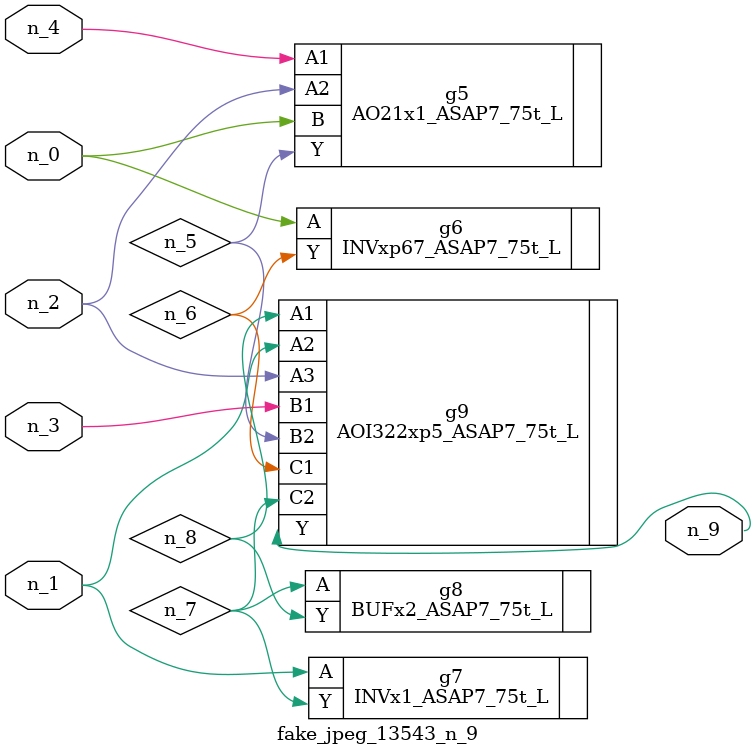
<source format=v>
module fake_jpeg_13543_n_9 (n_3, n_2, n_1, n_0, n_4, n_9);

input n_3;
input n_2;
input n_1;
input n_0;
input n_4;

output n_9;

wire n_8;
wire n_6;
wire n_5;
wire n_7;

AO21x1_ASAP7_75t_L g5 ( 
.A1(n_4),
.A2(n_2),
.B(n_0),
.Y(n_5)
);

INVxp67_ASAP7_75t_L g6 ( 
.A(n_0),
.Y(n_6)
);

INVx1_ASAP7_75t_L g7 ( 
.A(n_1),
.Y(n_7)
);

BUFx2_ASAP7_75t_L g8 ( 
.A(n_7),
.Y(n_8)
);

AOI322xp5_ASAP7_75t_L g9 ( 
.A1(n_8),
.A2(n_1),
.A3(n_2),
.B1(n_3),
.B2(n_5),
.C1(n_6),
.C2(n_7),
.Y(n_9)
);


endmodule
</source>
